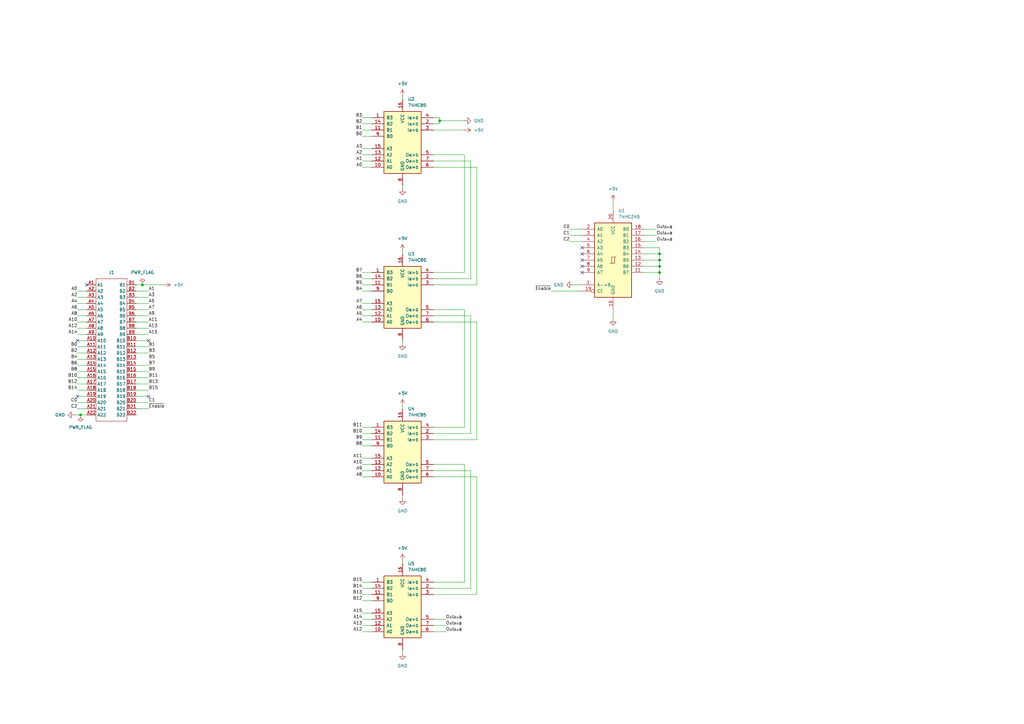
<source format=kicad_sch>
(kicad_sch (version 20231120) (generator "eeschema") (generator_version "8.0")
  (paper "A3")
  (lib_symbols
    (symbol "+5V_1" (power) (pin_numbers hide) (pin_names (offset 0) hide)
      (property "Value" "+5V" (at 0 3.556 0))
      (symbol "+5V_1_0_1"
        (polyline (pts (xy -0.762 1.27) (xy 0 2.54)))
        (polyline (pts (xy 0 0) (xy 0 2.54)))
        (polyline (pts (xy 0 2.54) (xy 0.762 1.27)))
      )
      (symbol "+5V_1_1_1"
        (pin power_in line (at 0 0 90) (length 0) (name "~") (number "1"))
      )
    )
    (symbol "+5V_2" (power) (pin_numbers hide) (pin_names (offset 0) hide)
      (property "Value" "+5V" (at 0 3.556 0))
      (symbol "+5V_2_0_1"
        (polyline (pts (xy -0.762 1.27) (xy 0 2.54)))
        (polyline (pts (xy 0 0) (xy 0 2.54)))
        (polyline (pts (xy 0 2.54) (xy 0.762 1.27)))
      )
      (symbol "+5V_2_1_1"
        (pin power_in line (at 0 0 90) (length 0) (name "~") (number "1"))
      )
    )
    (symbol "74xx:74HC245" (pin_names (offset 1.016))
      (property "Reference" "U" (at -7.62 16.51 0))
      (property "Value" "74HC245" (at -7.62 -16.51 0))
      (symbol "74HC245_1_0"
        (polyline (pts (xy -0.635 -1.27) (xy -0.635 1.27) (xy 0.635 1.27)))
        (polyline (pts (xy -1.27 -1.27) (xy 0.635 -1.27) (xy 0.635 1.27) (xy 1.27 1.27)))
        (pin input line (at -12.7 -10.16 0) (length 5.08) (name "A->B") (number "1"))
        (pin power_in line (at 0 -20.32 90) (length 5.08) (name "GND") (number "10"))
        (pin tri_state line (at 12.7 -5.08 180) (length 5.08) (name "B7") (number "11"))
        (pin tri_state line (at 12.7 -2.54 180) (length 5.08) (name "B6") (number "12"))
        (pin tri_state line (at 12.7 0 180) (length 5.08) (name "B5") (number "13"))
        (pin tri_state line (at 12.7 2.54 180) (length 5.08) (name "B4") (number "14"))
        (pin tri_state line (at 12.7 5.08 180) (length 5.08) (name "B3") (number "15"))
        (pin tri_state line (at 12.7 7.62 180) (length 5.08) (name "B2") (number "16"))
        (pin tri_state line (at 12.7 10.16 180) (length 5.08) (name "B1") (number "17"))
        (pin tri_state line (at 12.7 12.7 180) (length 5.08) (name "B0") (number "18"))
        (pin input inverted (at -12.7 -12.7 0) (length 5.08) (name "CE") (number "19"))
        (pin tri_state line (at -12.7 12.7 0) (length 5.08) (name "A0") (number "2"))
        (pin power_in line (at 0 20.32 270) (length 5.08) (name "VCC") (number "20"))
        (pin tri_state line (at -12.7 10.16 0) (length 5.08) (name "A1") (number "3"))
        (pin tri_state line (at -12.7 7.62 0) (length 5.08) (name "A2") (number "4"))
        (pin tri_state line (at -12.7 5.08 0) (length 5.08) (name "A3") (number "5"))
        (pin tri_state line (at -12.7 2.54 0) (length 5.08) (name "A4") (number "6"))
        (pin tri_state line (at -12.7 0 0) (length 5.08) (name "A5") (number "7"))
        (pin tri_state line (at -12.7 -2.54 0) (length 5.08) (name "A6") (number "8"))
        (pin tri_state line (at -12.7 -5.08 0) (length 5.08) (name "A7") (number "9"))
      )
      (symbol "74HC245_1_1"
        (rectangle (start -7.62 15.24) (end 7.62 -15.24) (stroke (width 0.254)) (fill (type background)))
      )
    )
    (symbol "74xx:74HC85" (pin_names (offset 1.016))
      (property "Reference" "U" (at -7.62 13.97 0))
      (property "Value" "74HC85" (at -7.62 -13.97 0))
      (symbol "74HC85_1_0"
        (pin input line (at -12.7 10.16 0) (length 5.08) (name "B3") (number "1"))
        (pin input line (at -12.7 -10.16 0) (length 5.08) (name "A0") (number "10"))
        (pin input line (at -12.7 5.08 0) (length 5.08) (name "B1") (number "11"))
        (pin input line (at -12.7 -7.62 0) (length 5.08) (name "A1") (number "12"))
        (pin input line (at -12.7 -5.08 0) (length 5.08) (name "A2") (number "13"))
        (pin input line (at -12.7 7.62 0) (length 5.08) (name "B2") (number "14"))
        (pin input line (at -12.7 -2.54 0) (length 5.08) (name "A3") (number "15"))
        (pin power_in line (at 0 17.78 270) (length 5.08) (name "VCC") (number "16"))
        (pin input line (at 12.7 7.62 180) (length 5.08) (name "Ia<b") (number "2"))
        (pin input line (at 12.7 5.08 180) (length 5.08) (name "Ia=b") (number "3"))
        (pin input line (at 12.7 10.16 180) (length 5.08) (name "Ia>b") (number "4"))
        (pin output line (at 12.7 -5.08 180) (length 5.08) (name "Oa>b") (number "5"))
        (pin output line (at 12.7 -10.16 180) (length 5.08) (name "Oa=b") (number "6"))
        (pin output line (at 12.7 -7.62 180) (length 5.08) (name "Oa<b") (number "7"))
        (pin power_in line (at 0 -17.78 90) (length 5.08) (name "GND") (number "8"))
        (pin input line (at -12.7 2.54 0) (length 5.08) (name "B0") (number "9"))
      )
      (symbol "74HC85_1_1"
        (rectangle (start -7.62 12.7) (end 7.62 -12.7) (stroke (width 0.254)) (fill (type background)))
      )
    )
    (symbol "BoardEdgeConnectors:TE-5530843-4"
      (property "Reference" "J" (at -0.254 30.988 0))
      (symbol "TE-5530843-4_0_1"
        (rectangle (start -6.35 29.21) (end 6.35 -29.21))
      )
      (symbol "TE-5530843-4_1_1"
        (pin passive line (at -10.16 26.67 0) (length 3.81) (name "A1") (number "A1"))
        (pin passive line (at -10.16 3.81 0) (length 3.81) (name "A10") (number "A10"))
        (pin passive line (at -10.16 1.27 0) (length 3.81) (name "A11") (number "A11"))
        (pin passive line (at -10.16 -1.27 0) (length 3.81) (name "A12") (number "A12"))
        (pin passive line (at -10.16 -3.81 0) (length 3.81) (name "A13") (number "A13"))
        (pin passive line (at -10.16 -6.35 0) (length 3.81) (name "A14") (number "A14"))
        (pin passive line (at -10.16 -8.89 0) (length 3.81) (name "A15") (number "A15"))
        (pin passive line (at -10.16 -11.43 0) (length 3.81) (name "A16") (number "A16"))
        (pin passive line (at -10.16 -13.97 0) (length 3.81) (name "A17") (number "A17"))
        (pin passive line (at -10.16 -16.51 0) (length 3.81) (name "A18") (number "A18"))
        (pin passive line (at -10.16 -19.05 0) (length 3.81) (name "A19") (number "A19"))
        (pin passive line (at -10.16 24.13 0) (length 3.81) (name "A2") (number "A2"))
        (pin passive line (at -10.16 -21.59 0) (length 3.81) (name "A20") (number "A20"))
        (pin passive line (at -10.16 -24.13 0) (length 3.81) (name "A21") (number "A21"))
        (pin passive line (at -10.16 -26.67 0) (length 3.81) (name "A22") (number "A22"))
        (pin passive line (at -10.16 21.59 0) (length 3.81) (name "A3") (number "A3"))
        (pin passive line (at -10.16 19.05 0) (length 3.81) (name "A4") (number "A4"))
        (pin passive line (at -10.16 16.51 0) (length 3.81) (name "A5") (number "A5"))
        (pin passive line (at -10.16 13.97 0) (length 3.81) (name "A6") (number "A6"))
        (pin passive line (at -10.16 11.43 0) (length 3.81) (name "A7") (number "A7"))
        (pin passive line (at -10.16 8.89 0) (length 3.81) (name "A8") (number "A8"))
        (pin passive line (at -10.16 6.35 0) (length 3.81) (name "A9") (number "A9"))
        (pin passive line (at 10.16 26.67 180) (length 3.81) (name "B1") (number "B1"))
        (pin passive line (at 10.16 3.81 180) (length 3.81) (name "B10") (number "B10"))
        (pin passive line (at 10.16 1.27 180) (length 3.81) (name "B11") (number "B11"))
        (pin passive line (at 10.16 -1.27 180) (length 3.81) (name "B12") (number "B12"))
        (pin passive line (at 10.16 -3.81 180) (length 3.81) (name "B13") (number "B13"))
        (pin passive line (at 10.16 -6.35 180) (length 3.81) (name "B14") (number "B14"))
        (pin passive line (at 10.16 -8.89 180) (length 3.81) (name "B15") (number "B15"))
        (pin passive line (at 10.16 -11.43 180) (length 3.81) (name "B16") (number "B16"))
        (pin passive line (at 10.16 -13.97 180) (length 3.81) (name "B17") (number "B17"))
        (pin passive line (at 10.16 -16.51 180) (length 3.81) (name "B18") (number "B18"))
        (pin passive line (at 10.16 -19.05 180) (length 3.81) (name "B19") (number "B19"))
        (pin passive line (at 10.16 24.13 180) (length 3.81) (name "B2") (number "B2"))
        (pin passive line (at 10.16 -21.59 180) (length 3.81) (name "B20") (number "B20"))
        (pin passive line (at 10.16 -24.13 180) (length 3.81) (name "B21") (number "B21"))
        (pin passive line (at 10.16 -26.67 180) (length 3.81) (name "B22") (number "B22"))
        (pin passive line (at 10.16 21.59 180) (length 3.81) (name "B3") (number "B3"))
        (pin passive line (at 10.16 19.05 180) (length 3.81) (name "B4") (number "B4"))
        (pin passive line (at 10.16 16.51 180) (length 3.81) (name "B5") (number "B5"))
        (pin passive line (at 10.16 13.97 180) (length 3.81) (name "B6") (number "B6"))
        (pin passive line (at 10.16 11.43 180) (length 3.81) (name "B7") (number "B7"))
        (pin passive line (at 10.16 8.89 180) (length 3.81) (name "B8") (number "B8"))
        (pin passive line (at 10.16 6.35 180) (length 3.81) (name "B9") (number "B9"))
      )
    )
    (symbol "GND_1" (power) (pin_numbers hide) (pin_names (offset 0) hide)
      (property "Value" "GND" (at 0 -3.81 0))
      (symbol "GND_1_0_1"
        (polyline (pts (xy 0 0) (xy 0 -1.27) (xy 1.27 -1.27) (xy 0 -2.54) (xy -1.27 -1.27) (xy 0 -1.27)))
      )
      (symbol "GND_1_1_1"
        (pin power_in line (at 0 0 270) (length 0) (name "~") (number "1"))
      )
    )
    (symbol "GND_2" (power) (pin_numbers hide) (pin_names (offset 0) hide)
      (property "Value" "GND" (at 0 -3.81 0))
      (symbol "GND_2_0_1"
        (polyline (pts (xy 0 0) (xy 0 -1.27) (xy 1.27 -1.27) (xy 0 -2.54) (xy -1.27 -1.27) (xy 0 -1.27)))
      )
      (symbol "GND_2_1_1"
        (pin power_in line (at 0 0 270) (length 0) (name "~") (number "1"))
      )
    )
    (symbol "GND_3" (power) (pin_numbers hide) (pin_names (offset 0) hide)
      (property "Value" "GND" (at 0 -3.81 0))
      (symbol "GND_3_0_1"
        (polyline (pts (xy 0 0) (xy 0 -1.27) (xy 1.27 -1.27) (xy 0 -2.54) (xy -1.27 -1.27) (xy 0 -1.27)))
      )
      (symbol "GND_3_1_1"
        (pin power_in line (at 0 0 270) (length 0) (name "~") (number "1"))
      )
    )
    (symbol "GND_4" (power) (pin_numbers hide) (pin_names (offset 0) hide)
      (property "Value" "GND" (at 0 -3.81 0))
      (symbol "GND_4_0_1"
        (polyline (pts (xy 0 0) (xy 0 -1.27) (xy 1.27 -1.27) (xy 0 -2.54) (xy -1.27 -1.27) (xy 0 -1.27)))
      )
      (symbol "GND_4_1_1"
        (pin power_in line (at 0 0 270) (length 0) (name "~") (number "1"))
      )
    )
    (symbol "power:+5V" (power) (pin_names (offset 0))
      (property "Value" "+5V" (at 0 3.556 0))
      (symbol "+5V_0_1"
        (polyline (pts (xy -0.762 1.27) (xy 0 2.54)))
        (polyline (pts (xy 0 0) (xy 0 2.54)))
        (polyline (pts (xy 0 2.54) (xy 0.762 1.27)))
      )
      (symbol "+5V_1_1"
        (pin power_in line (at 0 0 90) (length 0) hide (name "+5V") (number "1"))
      )
    )
    (symbol "power:GND" (power) (pin_names (offset 0))
      (property "Value" "GND" (at 0 -3.81 0))
      (symbol "GND_0_1"
        (polyline (pts (xy 0 0) (xy 0 -1.27) (xy 1.27 -1.27) (xy 0 -2.54) (xy -1.27 -1.27) (xy 0 -1.27)))
      )
      (symbol "GND_1_1"
        (pin power_in line (at 0 0 270) (length 0) hide (name "GND") (number "1"))
      )
    )
    (symbol "power:PWR_FLAG" (power) (pin_numbers hide) (pin_names (offset 0) hide)
      (property "Value" "PWR_FLAG" (at 0 3.81 0))
      (symbol "PWR_FLAG_0_0"
        (pin power_out line (at 0 0 90) (length 0) (name "~") (number "1"))
      )
      (symbol "PWR_FLAG_0_1"
        (polyline (pts (xy 0 0) (xy 0 1.27) (xy -1.016 1.905) (xy 0 2.54) (xy 1.016 1.905) (xy 0 1.27)))
      )
    )
  )
  (junction (at 270.51 104.14))
  (junction (at 270.51 111.76))
  (junction (at 270.51 109.22))
  (junction (at 180.34 49.53))
  (junction (at 270.51 106.68))
  (junction (at 58.42 116.84))
  (junction (at 33.02 170.18))
  (no_connect (at 60.96 139.7))
  (no_connect (at 31.75 139.7))
  (no_connect (at 238.76 104.14))
  (no_connect (at 238.76 109.22))
  (no_connect (at 238.76 111.76))
  (no_connect (at 31.75 162.56))
  (no_connect (at 35.56 116.84))
  (no_connect (at 60.96 162.56))
  (no_connect (at 238.76 106.68))
  (no_connect (at 238.76 101.6))
  (wire (pts (xy 31.75 124.46) (xy 35.56 124.46)))
  (wire (pts (xy 148.59 182.88) (xy 152.4 182.88)))
  (wire (pts (xy 58.42 116.84) (xy 67.31 116.84)))
  (wire (pts (xy 177.8 111.76) (xy 190.5 111.76)))
  (wire (pts (xy 264.16 111.76) (xy 270.51 111.76)))
  (wire (pts (xy 177.8 256.54) (xy 182.88 256.54)))
  (wire (pts (xy 193.04 129.54) (xy 193.04 177.8)))
  (wire (pts (xy 31.75 157.48) (xy 35.56 157.48)))
  (wire (pts (xy 55.88 165.1) (xy 60.96 165.1)))
  (wire (pts (xy 148.59 55.88) (xy 152.4 55.88)))
  (wire (pts (xy 55.88 144.78) (xy 60.96 144.78)))
  (wire (pts (xy 55.88 157.48) (xy 60.96 157.48)))
  (wire (pts (xy 55.88 142.24) (xy 60.96 142.24)))
  (wire (pts (xy 193.04 66.04) (xy 177.8 66.04)))
  (wire (pts (xy 270.51 106.68) (xy 270.51 109.22)))
  (wire (pts (xy 31.75 134.62) (xy 35.56 134.62)))
  (wire (pts (xy 31.75 152.4) (xy 35.56 152.4)))
  (wire (pts (xy 195.58 68.58) (xy 195.58 116.84)))
  (wire (pts (xy 165.1 203.2) (xy 165.1 204.47)))
  (wire (pts (xy 148.59 50.8) (xy 152.4 50.8)))
  (wire (pts (xy 270.51 111.76) (xy 270.51 114.3)))
  (wire (pts (xy 148.59 129.54) (xy 152.4 129.54)))
  (wire (pts (xy 148.59 124.46) (xy 152.4 124.46)))
  (wire (pts (xy 195.58 132.08) (xy 177.8 132.08)))
  (wire (pts (xy 148.59 60.96) (xy 152.4 60.96)))
  (wire (pts (xy 148.59 48.26) (xy 152.4 48.26)))
  (wire (pts (xy 264.16 93.98) (xy 269.24 93.98)))
  (wire (pts (xy 177.8 259.08) (xy 182.88 259.08)))
  (wire (pts (xy 165.1 39.37) (xy 165.1 40.64)))
  (wire (pts (xy 193.04 114.3) (xy 193.04 66.04)))
  (wire (pts (xy 55.88 134.62) (xy 60.96 134.62)))
  (wire (pts (xy 238.76 119.38) (xy 226.06 119.38)))
  (wire (pts (xy 31.75 132.08) (xy 35.56 132.08)))
  (wire (pts (xy 190.5 190.5) (xy 177.8 190.5)))
  (wire (pts (xy 270.51 109.22) (xy 270.51 111.76)))
  (wire (pts (xy 233.68 96.52) (xy 238.76 96.52)))
  (wire (pts (xy 177.8 193.04) (xy 193.04 193.04)))
  (wire (pts (xy 165.1 76.2) (xy 165.1 77.47)))
  (wire (pts (xy 177.8 180.34) (xy 195.58 180.34)))
  (wire (pts (xy 148.59 111.76) (xy 152.4 111.76)))
  (wire (pts (xy 31.75 160.02) (xy 35.56 160.02)))
  (wire (pts (xy 177.8 243.84) (xy 195.58 243.84)))
  (wire (pts (xy 195.58 180.34) (xy 195.58 132.08)))
  (wire (pts (xy 31.75 144.78) (xy 35.56 144.78)))
  (wire (pts (xy 55.88 139.7) (xy 60.96 139.7)))
  (wire (pts (xy 148.59 132.08) (xy 152.4 132.08)))
  (wire (pts (xy 148.59 238.76) (xy 152.4 238.76)))
  (wire (pts (xy 148.59 254) (xy 152.4 254)))
  (wire (pts (xy 165.1 266.7) (xy 165.1 267.97)))
  (wire (pts (xy 148.59 190.5) (xy 152.4 190.5)))
  (wire (pts (xy 148.59 114.3) (xy 152.4 114.3)))
  (wire (pts (xy 264.16 96.52) (xy 269.24 96.52)))
  (wire (pts (xy 148.59 116.84) (xy 152.4 116.84)))
  (wire (pts (xy 251.46 130.81) (xy 251.46 127)))
  (wire (pts (xy 55.88 124.46) (xy 60.96 124.46)))
  (wire (pts (xy 55.88 129.54) (xy 60.96 129.54)))
  (wire (pts (xy 270.51 104.14) (xy 270.51 106.68)))
  (wire (pts (xy 238.76 116.84) (xy 234.95 116.84)))
  (wire (pts (xy 180.34 49.53) (xy 180.34 50.8)))
  (wire (pts (xy 55.88 116.84) (xy 58.42 116.84)))
  (wire (pts (xy 195.58 195.58) (xy 177.8 195.58)))
  (wire (pts (xy 264.16 104.14) (xy 270.51 104.14)))
  (wire (pts (xy 148.59 127) (xy 152.4 127)))
  (wire (pts (xy 165.1 229.87) (xy 165.1 231.14)))
  (wire (pts (xy 148.59 241.3) (xy 152.4 241.3)))
  (wire (pts (xy 55.88 132.08) (xy 60.96 132.08)))
  (wire (pts (xy 148.59 177.8) (xy 152.4 177.8)))
  (wire (pts (xy 190.5 127) (xy 177.8 127)))
  (wire (pts (xy 55.88 154.94) (xy 60.96 154.94)))
  (wire (pts (xy 190.5 111.76) (xy 190.5 63.5)))
  (wire (pts (xy 264.16 106.68) (xy 270.51 106.68)))
  (wire (pts (xy 31.75 149.86) (xy 35.56 149.86)))
  (wire (pts (xy 148.59 251.46) (xy 152.4 251.46)))
  (wire (pts (xy 190.5 175.26) (xy 190.5 127)))
  (wire (pts (xy 148.59 246.38) (xy 152.4 246.38)))
  (wire (pts (xy 165.1 166.37) (xy 165.1 167.64)))
  (wire (pts (xy 190.5 238.76) (xy 190.5 190.5)))
  (wire (pts (xy 148.59 68.58) (xy 152.4 68.58)))
  (wire (pts (xy 177.8 53.34) (xy 190.5 53.34)))
  (wire (pts (xy 55.88 167.64) (xy 60.96 167.64)))
  (wire (pts (xy 180.34 49.53) (xy 190.5 49.53)))
  (wire (pts (xy 195.58 243.84) (xy 195.58 195.58)))
  (wire (pts (xy 31.75 142.24) (xy 35.56 142.24)))
  (wire (pts (xy 148.59 259.08) (xy 152.4 259.08)))
  (wire (pts (xy 233.68 99.06) (xy 238.76 99.06)))
  (wire (pts (xy 264.16 99.06) (xy 269.24 99.06)))
  (wire (pts (xy 193.04 193.04) (xy 193.04 241.3)))
  (wire (pts (xy 31.75 167.64) (xy 35.56 167.64)))
  (wire (pts (xy 55.88 152.4) (xy 60.96 152.4)))
  (wire (pts (xy 55.88 127) (xy 60.96 127)))
  (wire (pts (xy 30.48 170.18) (xy 33.02 170.18)))
  (wire (pts (xy 148.59 256.54) (xy 152.4 256.54)))
  (wire (pts (xy 177.8 68.58) (xy 195.58 68.58)))
  (wire (pts (xy 55.88 137.16) (xy 60.96 137.16)))
  (wire (pts (xy 31.75 139.7) (xy 35.56 139.7)))
  (wire (pts (xy 165.1 139.7) (xy 165.1 140.97)))
  (wire (pts (xy 193.04 241.3) (xy 177.8 241.3)))
  (wire (pts (xy 31.75 162.56) (xy 35.56 162.56)))
  (wire (pts (xy 148.59 119.38) (xy 152.4 119.38)))
  (wire (pts (xy 55.88 121.92) (xy 60.96 121.92)))
  (wire (pts (xy 195.58 116.84) (xy 177.8 116.84)))
  (wire (pts (xy 148.59 180.34) (xy 152.4 180.34)))
  (wire (pts (xy 233.68 93.98) (xy 238.76 93.98)))
  (wire (pts (xy 31.75 147.32) (xy 35.56 147.32)))
  (wire (pts (xy 55.88 162.56) (xy 60.96 162.56)))
  (wire (pts (xy 148.59 53.34) (xy 152.4 53.34)))
  (wire (pts (xy 177.8 129.54) (xy 193.04 129.54)))
  (wire (pts (xy 33.02 170.18) (xy 35.56 170.18)))
  (wire (pts (xy 148.59 243.84) (xy 152.4 243.84)))
  (wire (pts (xy 180.34 48.26) (xy 180.34 49.53)))
  (wire (pts (xy 31.75 137.16) (xy 35.56 137.16)))
  (wire (pts (xy 31.75 154.94) (xy 35.56 154.94)))
  (wire (pts (xy 148.59 195.58) (xy 152.4 195.58)))
  (wire (pts (xy 148.59 193.04) (xy 152.4 193.04)))
  (wire (pts (xy 148.59 63.5) (xy 152.4 63.5)))
  (wire (pts (xy 31.75 119.38) (xy 35.56 119.38)))
  (wire (pts (xy 148.59 66.04) (xy 152.4 66.04)))
  (wire (pts (xy 165.1 102.87) (xy 165.1 104.14)))
  (wire (pts (xy 148.59 175.26) (xy 152.4 175.26)))
  (wire (pts (xy 55.88 119.38) (xy 60.96 119.38)))
  (wire (pts (xy 31.75 129.54) (xy 35.56 129.54)))
  (wire (pts (xy 55.88 149.86) (xy 60.96 149.86)))
  (wire (pts (xy 264.16 101.6) (xy 270.51 101.6)))
  (wire (pts (xy 177.8 48.26) (xy 180.34 48.26)))
  (wire (pts (xy 31.75 127) (xy 35.56 127)))
  (wire (pts (xy 190.5 63.5) (xy 177.8 63.5)))
  (wire (pts (xy 55.88 160.02) (xy 60.96 160.02)))
  (wire (pts (xy 177.8 238.76) (xy 190.5 238.76)))
  (wire (pts (xy 177.8 50.8) (xy 180.34 50.8)))
  (wire (pts (xy 31.75 165.1) (xy 35.56 165.1)))
  (wire (pts (xy 270.51 101.6) (xy 270.51 104.14)))
  (wire (pts (xy 264.16 109.22) (xy 270.51 109.22)))
  (wire (pts (xy 177.8 175.26) (xy 190.5 175.26)))
  (wire (pts (xy 148.59 187.96) (xy 152.4 187.96)))
  (wire (pts (xy 177.8 114.3) (xy 193.04 114.3)))
  (wire (pts (xy 251.46 86.36) (xy 251.46 82.55)))
  (wire (pts (xy 193.04 177.8) (xy 177.8 177.8)))
  (wire (pts (xy 31.75 121.92) (xy 35.56 121.92)))
  (wire (pts (xy 177.8 254) (xy 182.88 254)))
  (label "A7" (at 60.96 127 0))
  (label "A3" (at 60.96 121.92 0))
  (label "C2" (at 31.75 167.64 180))
  (label "B14" (at 31.75 160.02 180))
  (label "B7" (at 60.96 149.86 0))
  (label "B7" (at 148.59 111.76 180))
  (label "A12" (at 31.75 134.62 180))
  (label "C1" (at 233.68 96.52 180))
  (label "B8" (at 31.75 152.4 180))
  (label "A5" (at 60.96 124.46 0))
  (label "A4" (at 31.75 124.46 180))
  (label "A1" (at 148.59 66.04 180))
  (label "Out_{A<B}" (at 269.24 96.52 0))
  (label "A0" (at 148.59 68.58 180))
  (label "B2" (at 148.59 50.8 180))
  (label "C0" (at 31.75 165.1 180))
  (label "A13" (at 60.96 134.62 0))
  (label "A7" (at 148.59 124.46 180))
  (label "A12" (at 148.59 259.08 180))
  (label "B9" (at 148.59 180.34 180))
  (label "B9" (at 60.96 152.4 0))
  (label "A10" (at 148.59 190.5 180))
  (label "B3" (at 148.59 48.26 180))
  (label "A1" (at 60.96 119.38 0))
  (label "B13" (at 60.96 157.48 0))
  (label "A0" (at 31.75 119.38 180))
  (label "B0" (at 148.59 55.88 180))
  (label "B12" (at 31.75 157.48 180))
  (label "~{Enable}" (at 60.96 167.64 0))
  (label "C2" (at 233.68 99.06 180))
  (label "B3" (at 60.96 144.78 0))
  (label "B13" (at 148.59 243.84 180))
  (label "A11" (at 148.59 187.96 180))
  (label "B12" (at 148.59 246.38 180))
  (label "A6" (at 31.75 127 180))
  (label "Out_{A<B}" (at 182.88 256.54 0))
  (label "Out_{A=B}" (at 182.88 259.08 0))
  (label "A8" (at 148.59 195.58 180))
  (label "B0" (at 31.75 142.24 180))
  (label "B11" (at 60.96 154.94 0))
  (label "Out_{A=B}" (at 269.24 99.06 0))
  (label "A2" (at 31.75 121.92 180))
  (label "A11" (at 60.96 132.08 0))
  (label "A10" (at 31.75 132.08 180))
  (label "A8" (at 31.75 129.54 180))
  (label "A15" (at 60.96 137.16 0))
  (label "A4" (at 148.59 132.08 180))
  (label "B5" (at 60.96 147.32 0))
  (label "B14" (at 148.59 241.3 180))
  (label "A15" (at 148.59 251.46 180))
  (label "A9" (at 148.59 193.04 180))
  (label "B10" (at 31.75 154.94 180))
  (label "B10" (at 148.59 177.8 180))
  (label "B4" (at 31.75 147.32 180))
  (label "B8" (at 148.59 182.88 180))
  (label "A5" (at 148.59 129.54 180))
  (label "A2" (at 148.59 63.5 180))
  (label "A6" (at 148.59 127 180))
  (label "B1" (at 60.96 142.24 0))
  (label "C1" (at 60.96 165.1 0))
  (label "Out_{A>B}" (at 182.88 254 0))
  (label "B11" (at 148.59 175.26 180))
  (label "C0" (at 233.68 93.98 180))
  (label "Out_{A>B}" (at 269.24 93.98 0))
  (label "A9" (at 60.96 129.54 0))
  (label "A14" (at 31.75 137.16 180))
  (label "A3" (at 148.59 60.96 180))
  (label "B1" (at 148.59 53.34 180))
  (label "A13" (at 148.59 256.54 180))
  (label "B5" (at 148.59 116.84 180))
  (label "B15" (at 60.96 160.02 0))
  (label "B6" (at 31.75 149.86 180))
  (label "A14" (at 148.59 254 180))
  (label "~{Enable}" (at 226.06 119.38 180))
  (label "B4" (at 148.59 119.38 180))
  (label "B15" (at 148.59 238.76 180))
  (label "B6" (at 148.59 114.3 180))
  (label "B2" (at 31.75 144.78 180))
  (symbol (lib_name "GND_1") (lib_id "power:GND") (at 165.1 77.47 0) (unit 1)
    (property "Reference" "#PWR06" (effects (hide yes)))
    (property "Value" "GND" (at 165.1 82.55 0))
    (property "Description" "Power symbol creates a global label with name \"GND\" , ground" (effects (hide yes)))
  )
  (symbol (lib_name "GND_3") (lib_id "power:GND") (at 190.5 49.53 90) (unit 1)
    (property "Reference" "#PWR015" (effects (hide yes)))
    (property "Value" "GND" (at 194.31 49.5299 90) (effects (justify right)))
    (property "Description" "Power symbol creates a global label with name \"GND\" , ground" (effects (hide yes)))
  )
  (symbol (lib_id "BoardEdgeConnectors:TE-5530843-4") (at 45.72 143.51 0) (unit 1)
    (property "Reference" "J1" (at 45.72 111.76 0))
    (property "Footprint" "BoardEdgeConnectors:TE-5530843-4-Edge" (effects (hide yes)))
    (property "Datasheet" "https://www.te.com/en/product-5530843-4.html" (effects (hide yes)))
    (property "Description" "44 contact board edge connector" (effects (hide yes)))
  )
  (symbol (lib_id "power:GND") (at 234.95 116.84 270) (unit 1)
    (property "Reference" "#PWR03" (effects (hide yes)))
    (property "Value" "GND" (at 231.14 116.8401 90) (effects (justify right)))
    (property "Description" "Power symbol creates a global label with name \"GND\" , ground" (effects (hide yes)))
  )
  (symbol (lib_id "power:PWR_FLAG") (at 58.42 116.84 0) (unit 1)
    (property "Reference" "#FLG02" (effects (hide yes)))
    (property "Value" "PWR_FLAG" (at 58.42 111.76 0))
    (property "Description" "Special symbol for telling ERC where power comes from" (effects (hide yes)))
  )
  (symbol (lib_name "+5V_1") (lib_id "power:+5V") (at 165.1 166.37 0) (unit 1)
    (property "Reference" "#PWR011" (effects (hide yes)))
    (property "Value" "+5V" (at 165.1 161.29 0))
    (property "Description" "Power symbol creates a global label with name \"+5V\"" (effects (hide yes)))
  )
  (symbol (lib_id "74xx:74HC85") (at 165.1 58.42 0) (unit 1)
    (property "Reference" "U2" (at 167.2941 40.64 0) (effects (justify left)))
    (property "Value" "74HC85" (at 167.2941 43.18 0) (effects (justify left)))
    (property "Footprint" "Package_DIP:DIP-16_W7.62mm_Socket" (effects (hide yes)))
    (property "Datasheet" "https://assets.nexperia.com/documents/data-sheet/74HC_HCT85.pdf" (effects (hide yes)))
    (property "Description" "4-bit Comparator" (effects (hide yes)))
  )
  (symbol (lib_id "74xx:74HC85") (at 165.1 121.92 0) (unit 1)
    (property "Reference" "U3" (at 167.2941 104.14 0) (effects (justify left)))
    (property "Value" "74HC85" (at 167.2941 106.68 0) (effects (justify left)))
    (property "Footprint" "Package_DIP:DIP-16_W7.62mm_Socket" (effects (hide yes)))
    (property "Datasheet" "https://assets.nexperia.com/documents/data-sheet/74HC_HCT85.pdf" (effects (hide yes)))
    (property "Description" "4-bit Comparator" (effects (hide yes)))
  )
  (symbol (lib_id "74xx:74HC245") (at 251.46 106.68 0) (unit 1)
    (property "Reference" "U1" (at 253.6541 86.36 0) (effects (justify left)))
    (property "Value" "74HC245" (at 253.6541 88.9 0) (effects (justify left)))
    (property "Footprint" "Package_SO:SOIC-20W_7.5x12.8mm_P1.27mm" (effects (hide yes)))
    (property "Datasheet" "http://www.ti.com/lit/gpn/sn74HC245" (effects (hide yes)))
    (property "Description" "Octal BUS Transceivers, 3-State outputs" (effects (hide yes)))
    (property "LCSC" "C5625" (effects (hide yes)))
  )
  (symbol (lib_name "GND_1") (lib_id "power:GND") (at 165.1 140.97 0) (unit 1)
    (property "Reference" "#PWR07" (effects (hide yes)))
    (property "Value" "GND" (at 165.1 146.05 0))
    (property "Description" "Power symbol creates a global label with name \"GND\" , ground" (effects (hide yes)))
  )
  (symbol (lib_id "power:+5V") (at 67.31 116.84 270) (unit 1)
    (property "Reference" "#PWR02" (effects (hide yes)))
    (property "Value" "+5V" (at 71.12 116.8399 90) (effects (justify left)))
    (property "Description" "Power symbol creates a global label with name \"+5V\"" (effects (hide yes)))
  )
  (symbol (lib_name "GND_2") (lib_id "power:GND") (at 165.1 204.47 0) (unit 1)
    (property "Reference" "#PWR08" (effects (hide yes)))
    (property "Value" "GND" (at 165.1 209.55 0))
    (property "Description" "Power symbol creates a global label with name \"GND\" , ground" (effects (hide yes)))
  )
  (symbol (lib_id "power:GND") (at 30.48 170.18 270) (unit 1)
    (property "Reference" "#PWR01" (effects (hide yes)))
    (property "Value" "GND" (at 26.67 170.1799 90) (effects (justify right)))
    (property "Description" "Power symbol creates a global label with name \"GND\" , ground" (effects (hide yes)))
  )
  (symbol (lib_name "GND_2") (lib_id "power:GND") (at 165.1 267.97 0) (unit 1)
    (property "Reference" "#PWR09" (effects (hide yes)))
    (property "Value" "GND" (at 165.1 273.05 0))
    (property "Description" "Power symbol creates a global label with name \"GND\" , ground" (effects (hide yes)))
  )
  (symbol (lib_id "74xx:74HC85") (at 165.1 185.42 0) (unit 1)
    (property "Reference" "U4" (at 167.2941 167.64 0) (effects (justify left)))
    (property "Value" "74HC85" (at 167.2941 170.18 0) (effects (justify left)))
    (property "Footprint" "Package_DIP:DIP-16_W7.62mm_Socket" (effects (hide yes)))
    (property "Datasheet" "https://assets.nexperia.com/documents/data-sheet/74HC_HCT85.pdf" (effects (hide yes)))
    (property "Description" "4-bit Comparator" (effects (hide yes)))
  )
  (symbol (lib_id "power:GND") (at 251.46 130.81 0) (unit 1)
    (property "Reference" "#PWR05" (effects (hide yes)))
    (property "Value" "GND" (at 251.46 135.89 0))
    (property "Description" "Power symbol creates a global label with name \"GND\" , ground" (effects (hide yes)))
  )
  (symbol (lib_name "+5V_1") (lib_id "power:+5V") (at 165.1 39.37 0) (unit 1)
    (property "Reference" "#PWR013" (effects (hide yes)))
    (property "Value" "+5V" (at 165.1 34.29 0))
    (property "Description" "Power symbol creates a global label with name \"+5V\"" (effects (hide yes)))
  )
  (symbol (lib_id "74xx:74HC85") (at 165.1 248.92 0) (unit 1)
    (property "Reference" "U5" (at 167.2941 231.14 0) (effects (justify left)))
    (property "Value" "74HC85" (at 167.2941 233.68 0) (effects (justify left)))
    (property "Footprint" "Package_DIP:DIP-16_W7.62mm_Socket" (effects (hide yes)))
    (property "Datasheet" "https://assets.nexperia.com/documents/data-sheet/74HC_HCT85.pdf" (effects (hide yes)))
    (property "Description" "4-bit Comparator" (effects (hide yes)))
  )
  (symbol (lib_id "power:+5V") (at 251.46 82.55 0) (unit 1)
    (property "Reference" "#PWR04" (effects (hide yes)))
    (property "Value" "+5V" (at 251.46 77.47 0))
    (property "Description" "Power symbol creates a global label with name \"+5V\"" (effects (hide yes)))
  )
  (symbol (lib_name "+5V_1") (lib_id "power:+5V") (at 165.1 229.87 0) (unit 1)
    (property "Reference" "#PWR010" (effects (hide yes)))
    (property "Value" "+5V" (at 165.1 224.79 0))
    (property "Description" "Power symbol creates a global label with name \"+5V\"" (effects (hide yes)))
  )
  (symbol (lib_id "power:PWR_FLAG") (at 33.02 170.18 180) (unit 1)
    (property "Reference" "#FLG01" (effects (hide yes)))
    (property "Value" "PWR_FLAG" (at 33.02 175.26 0))
    (property "Description" "Special symbol for telling ERC where power comes from" (effects (hide yes)))
  )
  (symbol (lib_name "GND_4") (lib_id "power:GND") (at 270.51 114.3 0) (unit 1)
    (property "Reference" "#PWR016" (effects (hide yes)))
    (property "Value" "GND" (at 270.51 119.38 0))
    (property "Description" "Power symbol creates a global label with name \"GND\" , ground" (effects (hide yes)))
  )
  (symbol (lib_name "+5V_1") (lib_id "power:+5V") (at 165.1 102.87 0) (unit 1)
    (property "Reference" "#PWR012" (effects (hide yes)))
    (property "Value" "+5V" (at 165.1 97.79 0))
    (property "Description" "Power symbol creates a global label with name \"+5V\"" (effects (hide yes)))
  )
  (symbol (lib_name "+5V_2") (lib_id "power:+5V") (at 190.5 53.34 270) (unit 1)
    (property "Reference" "#PWR014" (effects (hide yes)))
    (property "Value" "+5V" (at 194.31 53.3399 90) (effects (justify left)))
    (property "Description" "Power symbol creates a global label with name \"+5V\"" (effects (hide yes)))
  )
)
</source>
